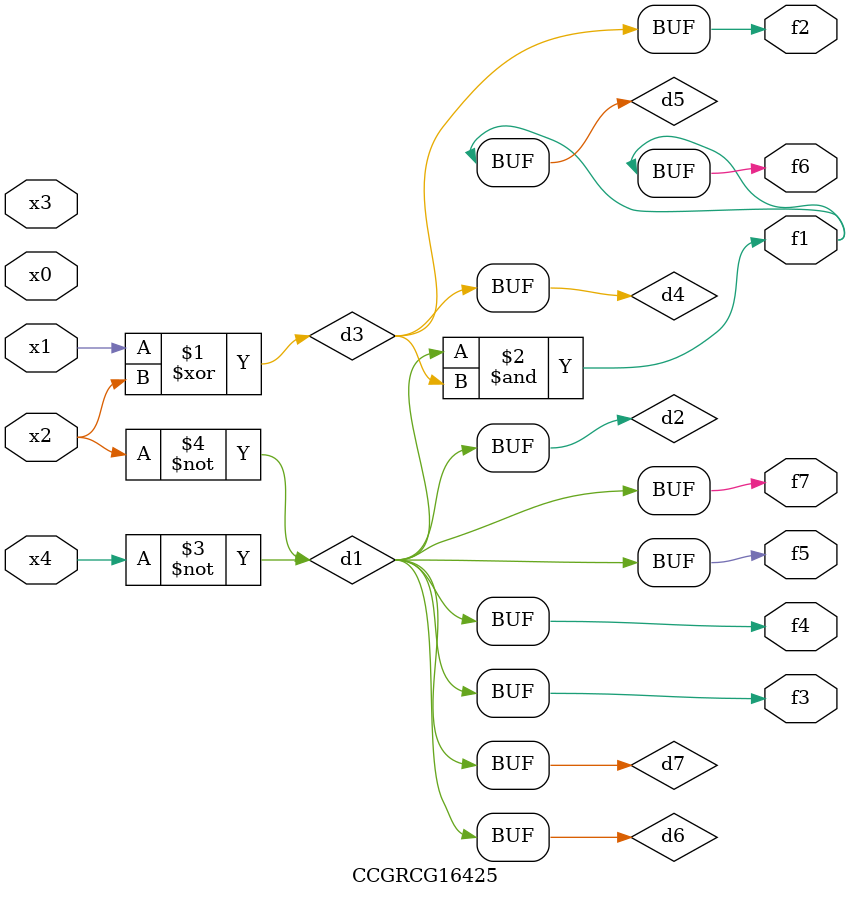
<source format=v>
module CCGRCG16425(
	input x0, x1, x2, x3, x4,
	output f1, f2, f3, f4, f5, f6, f7
);

	wire d1, d2, d3, d4, d5, d6, d7;

	not (d1, x4);
	not (d2, x2);
	xor (d3, x1, x2);
	buf (d4, d3);
	and (d5, d1, d3);
	buf (d6, d1, d2);
	buf (d7, d2);
	assign f1 = d5;
	assign f2 = d4;
	assign f3 = d7;
	assign f4 = d7;
	assign f5 = d7;
	assign f6 = d5;
	assign f7 = d7;
endmodule

</source>
